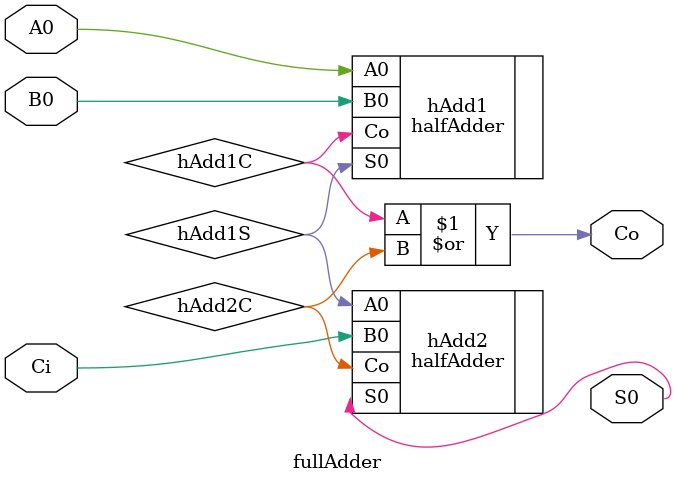
<source format=v>
module fullAdder (  A0, B0, Ci, S0, Co );

input A0 , B0 ,  Ci;
output S0, Co;
wire A0 , B0 ,  Ci;
wire S0, hAdd1S, hAdd1C, hAdd2C,Co;

halfAdder hAdd1(
		.A0   (A0),
      .B0   (B0),
      .S0   (hAdd1S),
      .Co   (hAdd1C)
	);
halfAdder hAdd2(
		.A0   (hAdd1S),
      .B0   (Ci),
      .S0   (S0),
      .Co   (hAdd2C)
	);

assign Co = hAdd1C|hAdd2C;





endmodule
</source>
